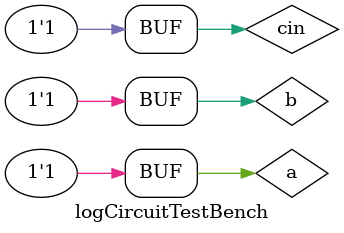
<source format=v>
module logCircuitGateLevel ( a, b, cin, s, cout);
input a, b, cin;
output s, cout;
wire w1, w2, w3;

xor x1(w1, a, b);
xor x2(s, w1, cin);

and a1(w2, w1, cin);
and a2(w3, a, b);
or o1(cout, w2, w3);
    
endmodule

module logCircuitTestBench;
reg a,b,cin;
wire s, cout;

logCircuitGateLevel i(a,b,cin,s,cout);

initial begin
    a=1'b0;
    b=1'b0;
    cin=1'b0;

    $monitor("Time: %0t, a=%b, b=%b, cin=%b, s=%b, cout=%b", $time, a, b, cin, s, cout);
    #5 a=1'b0; b=1'b0; cin=1'b0;
    #5 a=1'b0; b=1'b0; cin=1'b1;
    #5 a=1'b0; b=1'b1; cin=1'b0;
    #5 a=1'b0; b=1'b1; cin=1'b1;
    #5 a=1'b1; b=1'b0; cin=1'b0;
    #5 a=1'b1; b=1'b0; cin=1'b1;
    #5 a=1'b1; b=1'b1; cin=1'b0;
    #5 a=1'b1; b=1'b1; cin=1'b1;

end
endmodule
</source>
